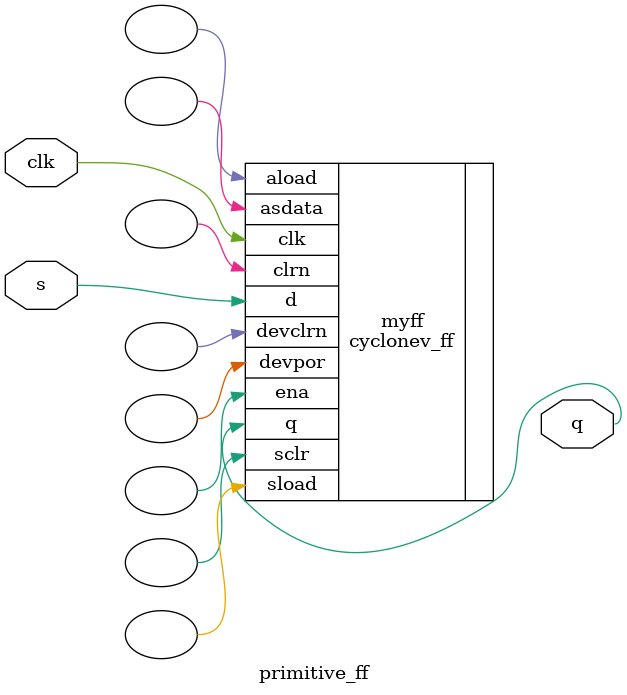
<source format=v>
module primitive_carry_in(
	datac,
	cout
);

input datac;
output cout;
localparam dt = "off";

cyclonev_lcell_comb #(
  .dont_touch(dt)
  ) mycarryin (
                             .dataa(),
                             .datab(),
                             .datac(datac),
                             .datad(),
                             .datae(),
                             .dataf(),
                             .datag(),
                             .cin(0),
                             .sharein(),
                             .combout(),
                             .sumout(),
                             .cout(cout)
);

/*
localparam [63:0] m;
localparam f0=16'h0F0F;
localparam f1=16'h0F0F;
localparam f2=16'h0;
localparam f3=16'h0;
m[15:0]=f0;
m[31:16]=f1;
m[47:32]=f2;
m[63:48]=f3;
*/


defparam mycarryin.lut_mask=64'h000000000F0F0F0F;


endmodule



module primitive_carry(
	a,
	b,
	cin,
	cout,
	s
);

input a,b,cin;
output s,cout;
localparam dt = "off";

cyclonev_lcell_comb #(
  .dont_touch(dt)
  ) mycarry (
                             .dataa(),
                             .datab(b),
                             .datac(a),
                             .datad(),
                             .datae(),
                             .dataf(),
                             .datag(),
                             .cin(cin),
                             .sharein(),
                             .combout(),
                             .sumout(s),
                             .cout(cout)
);

defparam mycarry.lut_mask=64'hF0F0F0F033333333;
//defparam mycell.sum_lutc_input=cin;
endmodule

module primitive_ff(
	s,
	clk,
	q
);

input s,clk;
output q;

cyclonev_ff myff (
    .d(s),
    .clk(clk),
    .clrn(),
    .aload(),
    .sclr(),
    .sload(),
    .asdata(),
    .ena(),
    .devclrn(),
    .devpor(),
    .q(q)
);

endmodule

</source>
